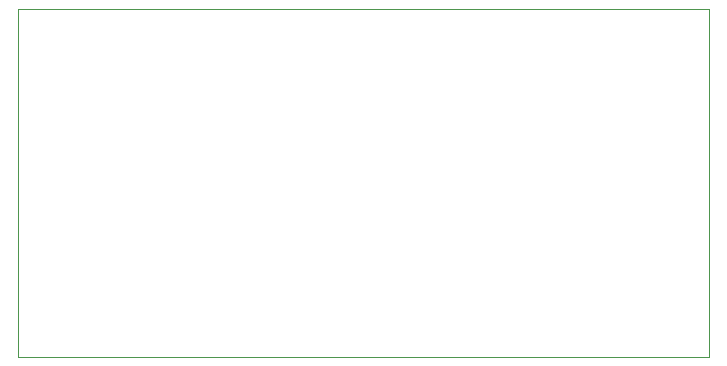
<source format=gbr>
%TF.GenerationSoftware,KiCad,Pcbnew,7.0.2*%
%TF.CreationDate,2023-12-10T20:37:23+01:00*%
%TF.ProjectId,Choinka_EE,43686f69-6e6b-4615-9f45-452e6b696361,rev?*%
%TF.SameCoordinates,Original*%
%TF.FileFunction,Profile,NP*%
%FSLAX46Y46*%
G04 Gerber Fmt 4.6, Leading zero omitted, Abs format (unit mm)*
G04 Created by KiCad (PCBNEW 7.0.2) date 2023-12-10 20:37:23*
%MOMM*%
%LPD*%
G01*
G04 APERTURE LIST*
%TA.AperFunction,Profile*%
%ADD10C,0.100000*%
%TD*%
G04 APERTURE END LIST*
D10*
X77000000Y-102600000D02*
X135500000Y-102600000D01*
X135500000Y-132000000D01*
X77000000Y-132000000D01*
X77000000Y-102600000D01*
M02*

</source>
